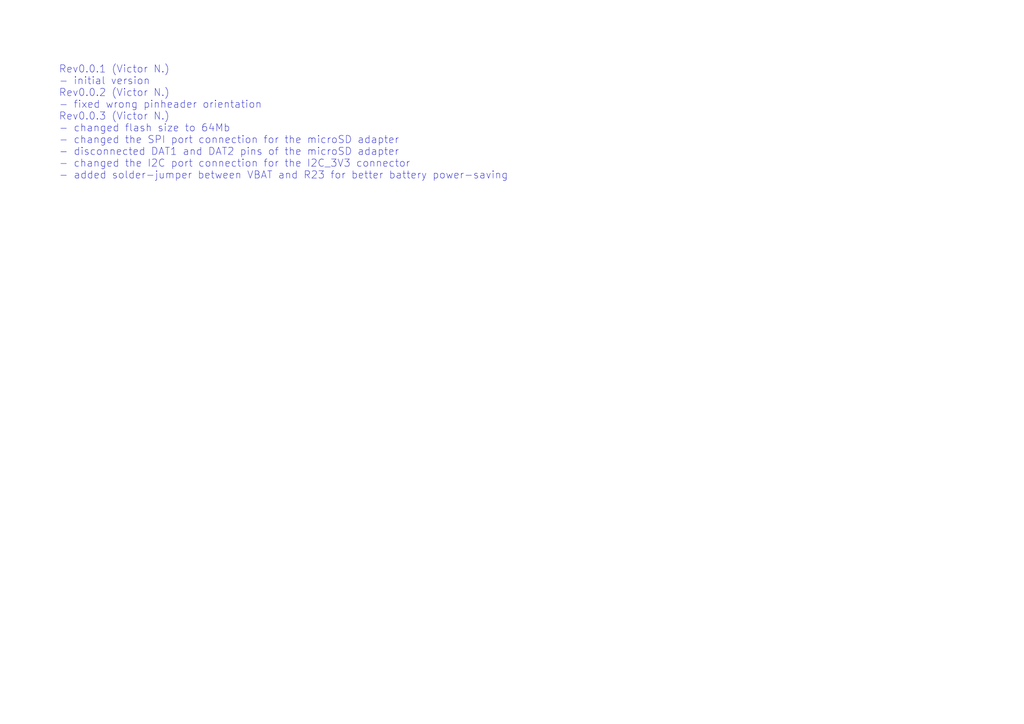
<source format=kicad_sch>
(kicad_sch (version 20211123) (generator eeschema)
  (paper "A3")
  (title_block (title "RLJDMV_GS Marble Pico") (date "2022-12-14") (rev "0.0.3") (company "GroundStudio.ro") (comment 1 "Schematic: Victor Nicula"))
  (lib_symbols)
  (text "Rev0.0.1 (Victor N.)\n- initial version\nRev0.0.2 (Victor N.)\n- fixed wrong pinheader orientation\nRev0.0.3 (Victor N.)\n- changed flash size to 64Mb\n- changed the SPI port connection for the microSD adapter\n- disconnected DAT1 and DAT2 pins of the microSD adapter\n- changed the I2C port connection for the I2C_3V3 connector\n- added solder-jumper between VBAT and R23 for better battery power-saving" (at 24.13 73.66 0) (effects (font (size 3 3)) (justify left bottom)))
)
</source>
